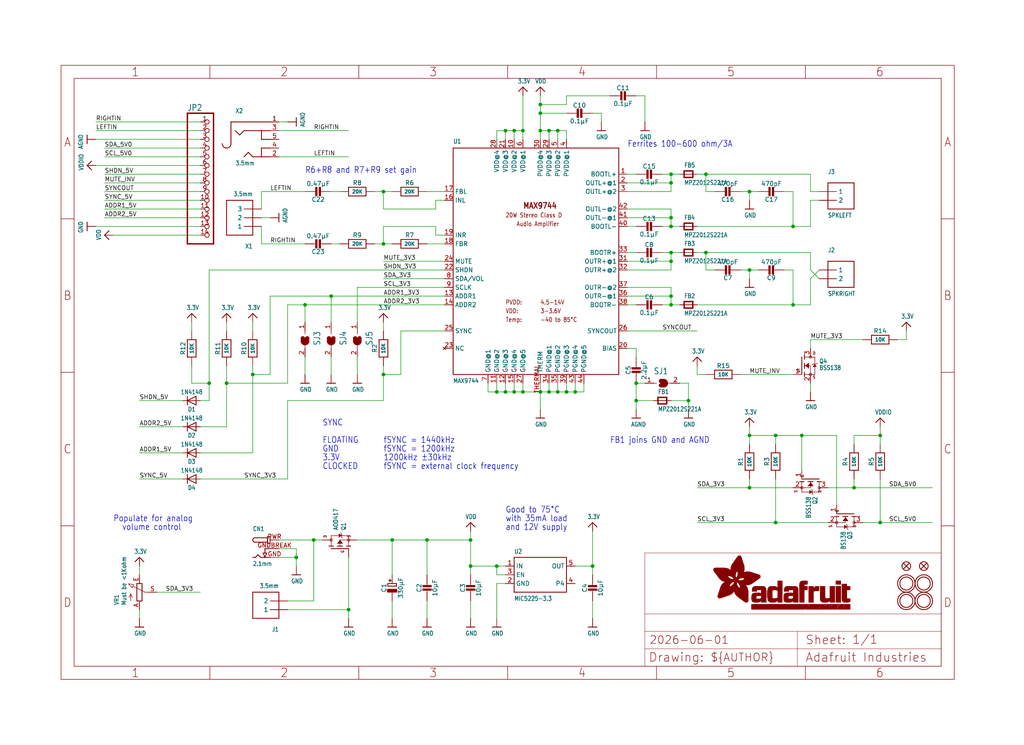
<source format=kicad_sch>
(kicad_sch (version 20230121) (generator eeschema)
  (paper "User" 298.45 217.322)
  (lib_symbols
    (symbol "working-eagle-import:3.3V" (power)
      (property "Value" "3.3V" (at -1.524 1.016 0))
      (symbol "3.3V_1_0"
        (pin power_in line (at 0 -2.54 90) (length 2.54) (name "3.3V") (number "1"))
      )
    )
    (symbol "working-eagle-import:AGND" (power)
      (property "Value" "AGND" (at -1.524 -2.54 0))
      (symbol "AGND_1_0"
        (pin power_in line (at 0 2.54 270) (length 2.54) (name "AGND") (number "1"))
      )
    )
    (symbol "working-eagle-import:AUDIOAMP_MAX9744"
      (property "Reference" "U" (at -25.4 34.29 0))
      (symbol "AUDIOAMP_MAX9744_1_0"
        (text "-40 to 85°C" (at 0 -17.78 0) (effects (font (size 1.27 1.0795)) (justify left bottom)))
        (text "20W Stereo Class D" (at -10.16 12.7 0) (effects (font (size 1.27 1.0795)) (justify left bottom)))
        (text "3-3.6V" (at 0 -15.24 0) (effects (font (size 1.27 1.0795)) (justify left bottom)))
        (text "4.5-14V" (at 0 -12.7 0) (effects (font (size 1.27 1.0795)) (justify left bottom)))
        (text "Audio Amplifier" (at -6.985 10.16 0) (effects (font (size 1.27 1.0795)) (justify left bottom)))
        (text "MAX9744" (at -5.08 15.24 0) (effects (font (size 1.6764 1.4249) (thickness 0.285) bold) (justify left bottom)))
        (text "PVDD:" (at -10.16 -12.7 0) (effects (font (size 1.27 1.0795)) (justify left bottom)))
        (text "Temp:" (at -10.16 -17.78 0) (effects (font (size 1.27 1.0795)) (justify left bottom)))
        (text "VDD:" (at -10.16 -15.24 0) (effects (font (size 1.27 1.0795)) (justify left bottom)))
        (pin bidirectional line (at 25.4 25.4 180) (length 2.54) (name "BOOTL+") (number "1"))
        (pin power_in line (at -7.62 35.56 270) (length 2.54) (name "VDD@2") (number "10"))
        (pin power_in line (at -12.7 -35.56 90) (length 2.54) (name "GND@2") (number "11"))
        (pin power_in line (at -10.16 -35.56 90) (length 2.54) (name "GND@3") (number "12"))
        (pin input line (at -27.94 -10.16 0) (length 2.54) (name "ADDR1") (number "13"))
        (pin input line (at -27.94 -12.7 0) (length 2.54) (name "ADDR2") (number "14"))
        (pin power_in line (at -7.62 -35.56 90) (length 2.54) (name "GND@4") (number "15"))
        (pin input line (at -27.94 17.78 0) (length 2.54) (name "INL") (number "16"))
        (pin bidirectional line (at -27.94 20.32 0) (length 2.54) (name "FBL") (number "17"))
        (pin bidirectional line (at -27.94 5.08 0) (length 2.54) (name "FBR") (number "18"))
        (pin input line (at -27.94 7.62 0) (length 2.54) (name "INR") (number "19"))
        (pin output line (at 25.4 22.86 180) (length 2.54) (name "OUTL+@1") (number "2"))
        (pin bidirectional line (at 25.4 -25.4 180) (length 2.54) (name "BIAS") (number "20"))
        (pin power_in line (at -10.16 35.56 270) (length 2.54) (name "VDD@3") (number "21"))
        (pin input line (at -27.94 -2.54 0) (length 2.54) (name "SHDN") (number "22"))
        (pin no_connect line (at -27.94 -25.4 0) (length 2.54) (name "NC") (number "23"))
        (pin input line (at -27.94 0 0) (length 2.54) (name "MUTE") (number "24"))
        (pin input line (at -27.94 -20.32 0) (length 2.54) (name "SYNC") (number "25"))
        (pin output line (at 25.4 -20.32 180) (length 2.54) (name "SYNCOUT") (number "26"))
        (pin power_in line (at -5.08 -35.56 90) (length 2.54) (name "GND@5") (number "27"))
        (pin power_in line (at -12.7 35.56 270) (length 2.54) (name "VDD@4") (number "28"))
        (pin power_in line (at 2.54 35.56 270) (length 2.54) (name "PVDD@3") (number "29"))
        (pin output line (at 25.4 20.32 180) (length 2.54) (name "OUTL+@2") (number "3"))
        (pin power_in line (at 0 35.56 270) (length 2.54) (name "PVDD@4") (number "30"))
        (pin output line (at 25.4 0 180) (length 2.54) (name "OUTR+@1") (number "31"))
        (pin output line (at 25.4 -2.54 180) (length 2.54) (name "OUTR+@2") (number "32"))
        (pin bidirectional line (at 25.4 2.54 180) (length 2.54) (name "BOOTR+") (number "33"))
        (pin power_in line (at 2.54 -35.56 90) (length 2.54) (name "PGND@1") (number "34"))
        (pin power_in line (at 5.08 -35.56 90) (length 2.54) (name "PGND@2") (number "35"))
        (pin output line (at 25.4 -10.16 180) (length 2.54) (name "OUTR-@1") (number "36"))
        (pin output line (at 25.4 -7.62 180) (length 2.54) (name "OUTR-@2") (number "37"))
        (pin bidirectional line (at 25.4 -12.7 180) (length 2.54) (name "BOOTR-") (number "38"))
        (pin power_in line (at 7.62 -35.56 90) (length 2.54) (name "PGND@3") (number "39"))
        (pin power_in line (at 7.62 35.56 270) (length 2.54) (name "PVDD@1") (number "4"))
        (pin bidirectional line (at 25.4 10.16 180) (length 2.54) (name "BOOTL-") (number "40"))
        (pin output line (at 25.4 12.7 180) (length 2.54) (name "OUTL-@1") (number "41"))
        (pin output line (at 25.4 15.24 180) (length 2.54) (name "OUTL-@2") (number "42"))
        (pin power_in line (at 10.16 -35.56 90) (length 2.54) (name "PGND@4") (number "43"))
        (pin power_in line (at 12.7 -35.56 90) (length 2.54) (name "PGND@5") (number "44"))
        (pin power_in line (at 5.08 35.56 270) (length 2.54) (name "PVDD@2") (number "5"))
        (pin power_in line (at -5.08 35.56 270) (length 2.54) (name "VDD@1") (number "6"))
        (pin power_in line (at -15.24 -35.56 90) (length 2.54) (name "GND@1") (number "7"))
        (pin bidirectional line (at -27.94 -5.08 0) (length 2.54) (name "SDA/VOL") (number "8"))
        (pin bidirectional line (at -27.94 -7.62 0) (length 2.54) (name "SCLK") (number "9"))
        (pin power_in line (at 0 -35.56 90) (length 2.54) (name "THERM") (number "THERMAL"))
      )
    )
    (symbol "working-eagle-import:AUDIO_3.5MMJACK"
      (property "Reference" "X" (at -5.08 7.62 0))
      (symbol "AUDIO_3.5MMJACK_1_0"
        (pin bidirectional line (at 7.62 5.08 180) (length 2.54) (name "P$1") (number "1"))
        (pin bidirectional line (at 7.62 -5.08 180) (length 2.54) (name "P$5") (number "2"))
        (pin bidirectional line (at 7.62 2.54 180) (length 2.54) (name "P$2") (number "3"))
        (pin bidirectional line (at 7.62 -2.54 180) (length 2.54) (name "P$4") (number "4"))
        (pin bidirectional line (at 7.62 0 180) (length 2.54) (name "P$3") (number "5"))
      )
    )
    (symbol "working-eagle-import:CAP_CERAMIC0805-NOOUTLINE"
      (property "Reference" "C" (at -2.29 1.25 90))
      (symbol "CAP_CERAMIC0805-NOOUTLINE_1_0"
        (pin passive line (at 0 5.08 270) (length 2.54) (name "1") (number "1"))
        (pin passive line (at 0 -2.54 90) (length 2.54) (name "2") (number "2"))
      )
    )
    (symbol "working-eagle-import:CAP_ELECTROLYTICPTH_3.5MMGRID_8MMDIA"
      (property "Reference" "C" (at -2.39 1.25 90))
      (symbol "CAP_ELECTROLYTICPTH_3.5MMGRID_8MMDIA_1_0"
        (pin passive line (at 0 5.08 270) (length 2.54) (name "+") (number "+"))
        (pin passive line (at 0 -2.54 90) (length 2.54) (name "-") (number "-"))
      )
    )
    (symbol "working-eagle-import:DCBARRELSMT_CORRECT"
      (property "Reference" "X" (at -5.08 5.08 0))
      (symbol "DCBARRELSMT_CORRECT_1_0"
        (pin power_in line (at 2.54 -2.54 180) (length 2.54) (name "GND") (number "GND"))
        (pin power_in line (at 2.54 0 180) (length 2.54) (name "GNDBREAK") (number "GNDBREAK"))
        (pin power_in line (at 2.54 2.54 180) (length 2.54) (name "PWR") (number "PWR"))
      )
    )
    (symbol "working-eagle-import:DIODESOD-323"
      (property "Reference" "D" (at 0 2.54 0))
      (symbol "DIODESOD-323_1_0"
        (pin passive line (at -2.54 0 0) (length 2.54) (name "A") (number "A"))
        (pin passive line (at 2.54 0 180) (length 2.54) (name "C") (number "C"))
      )
    )
    (symbol "working-eagle-import:FERRITE_0805"
      (property "Reference" "FB" (at -1.27 1.905 0))
      (symbol "FERRITE_0805_1_0"
        (pin passive line (at -2.54 0 0) (length 2.54) (name "P$1") (number "1"))
        (pin passive line (at 2.54 0 180) (length 2.54) (name "P$2") (number "2"))
      )
    )
    (symbol "working-eagle-import:FIDUCIAL{dblquote}{dblquote}")
    (symbol "working-eagle-import:FRAME_A4_ADAFRUIT"
      (symbol "FRAME_A4_ADAFRUIT_1_0"
        (text "${#}/${##}" (at 230.505 10.16 0) (effects (font (size 2.54 2.54)) (justify left bottom)))
        (text "${AUTHOR}" (at 189.23 5.08 0) (effects (font (size 2.286 2.286)) (justify left bottom)))
        (text "${CURRENT_DATE}" (at 171.45 10.16 0) (effects (font (size 2.286 2.286)) (justify left bottom)))
        (text "${PROJECTNAME}" (at 171.45 15.24 0) (effects (font (size 2.54 2.54)) (justify left bottom)))
        (text "1" (at 21.6958 1.905 0) (effects (font (size 2.54 2.286))))
        (text "1" (at 21.6958 177.165 0) (effects (font (size 2.54 2.286))))
        (text "2" (at 65.0875 1.905 0) (effects (font (size 2.54 2.286))))
        (text "2" (at 65.0875 177.165 0) (effects (font (size 2.54 2.286))))
        (text "3" (at 108.4792 1.905 0) (effects (font (size 2.54 2.286))))
        (text "3" (at 108.4792 177.165 0) (effects (font (size 2.54 2.286))))
        (text "4" (at 151.8708 1.905 0) (effects (font (size 2.54 2.286))))
        (text "4" (at 151.8708 177.165 0) (effects (font (size 2.54 2.286))))
        (text "5" (at 195.2625 1.905 0) (effects (font (size 2.54 2.286))))
        (text "5" (at 195.2625 177.165 0) (effects (font (size 2.54 2.286))))
        (text "6" (at 238.6542 1.905 0) (effects (font (size 2.54 2.286))))
        (text "6" (at 238.6542 177.165 0) (effects (font (size 2.54 2.286))))
        (text "A" (at 1.905 156.6863 0) (effects (font (size 2.54 2.286))))
        (text "A" (at 258.445 156.6863 0) (effects (font (size 2.54 2.286))))
        (text "Adafruit Industries" (at 216.916 4.953 0) (effects (font (size 2.54 2.54)) (justify left bottom)))
        (text "B" (at 1.905 111.9188 0) (effects (font (size 2.54 2.286))))
        (text "B" (at 258.445 111.9188 0) (effects (font (size 2.54 2.286))))
        (text "C" (at 1.905 67.1513 0) (effects (font (size 2.54 2.286))))
        (text "C" (at 258.445 67.1513 0) (effects (font (size 2.54 2.286))))
        (text "D" (at 1.905 22.3838 0) (effects (font (size 2.54 2.286))))
        (text "D" (at 258.445 22.3838 0) (effects (font (size 2.54 2.286))))
        (text "Drawing:" (at 171.196 4.953 0) (effects (font (size 2.54 2.54)) (justify left bottom)))
        (text "Sheet:" (at 216.916 10.033 0) (effects (font (size 2.54 2.54)) (justify left bottom)))
      )
    )
    (symbol "working-eagle-import:GND" (power)
      (property "Value" "GND" (at -1.524 -2.54 0))
      (symbol "GND_1_0"
        (pin power_in line (at 0 2.54 270) (length 2.54) (name "GND") (number "1"))
      )
    )
    (symbol "working-eagle-import:HEADER-1X14"
      (property "Reference" "JP" (at -6.35 20.955 0))
      (symbol "HEADER-1X14_1_0"
        (pin passive inverted (at -2.54 17.78 0) (length 2.54) (name "1") (number "1"))
        (pin passive inverted (at -2.54 -5.08 0) (length 2.54) (name "10") (number "10"))
        (pin passive inverted (at -2.54 -7.62 0) (length 2.54) (name "11") (number "11"))
        (pin passive inverted (at -2.54 -10.16 0) (length 2.54) (name "12") (number "12"))
        (pin passive inverted (at -2.54 -12.7 0) (length 2.54) (name "13") (number "13"))
        (pin passive inverted (at -2.54 -15.24 0) (length 2.54) (name "14") (number "14"))
        (pin passive inverted (at -2.54 15.24 0) (length 2.54) (name "2") (number "2"))
        (pin passive inverted (at -2.54 12.7 0) (length 2.54) (name "3") (number "3"))
        (pin passive inverted (at -2.54 10.16 0) (length 2.54) (name "4") (number "4"))
        (pin passive inverted (at -2.54 7.62 0) (length 2.54) (name "5") (number "5"))
        (pin passive inverted (at -2.54 5.08 0) (length 2.54) (name "6") (number "6"))
        (pin passive inverted (at -2.54 2.54 0) (length 2.54) (name "7") (number "7"))
        (pin passive inverted (at -2.54 0 0) (length 2.54) (name "8") (number "8"))
        (pin passive inverted (at -2.54 -2.54 0) (length 2.54) (name "9") (number "9"))
      )
    )
    (symbol "working-eagle-import:MOSFET-NWIDE"
      (property "Reference" "Q" (at 5.08 0.635 0))
      (symbol "MOSFET-NWIDE_1_0"
        (text "D" (at 3.175 3.175 0) (effects (font (size 0.8128 0.6908)) (justify left bottom)))
        (text "G" (at -1.27 -1.905 0) (effects (font (size 0.8128 0.6908)) (justify left bottom)))
        (text "S" (at 3.175 -3.81 0) (effects (font (size 0.8128 0.6908)) (justify left bottom)))
        (pin bidirectional line (at -2.54 -2.54 0) (length 2.54) (name "G") (number "1"))
        (pin bidirectional line (at 2.54 -5.08 90) (length 2.54) (name "S") (number "2"))
        (pin bidirectional line (at 2.54 5.08 270) (length 2.54) (name "D") (number "3"))
      )
    )
    (symbol "working-eagle-import:MOSFET-PTO252"
      (property "Reference" "Q" (at 2.794 0.381 0))
      (symbol "MOSFET-PTO252_1_0"
        (text "D" (at 0.635 -3.81 0) (effects (font (size 0.8128 0.6908)) (justify left bottom)))
        (text "G" (at -3.81 1.27 0) (effects (font (size 0.8128 0.6908)) (justify left bottom)))
        (text "S" (at 0.635 3.175 0) (effects (font (size 0.8128 0.6908)) (justify left bottom)))
        (pin passive line (at -5.08 2.54 0) (length 2.54) (name "G") (number "1"))
        (pin passive line (at 0 5.08 270) (length 2.54) (name "S") (number "2"))
        (pin passive line (at 0 -5.08 90) (length 2.54) (name "D") (number "3"))
      )
    )
    (symbol "working-eagle-import:MOUNTINGHOLE2.5_THICK")
    (symbol "working-eagle-import:RESISTOR0805_NOOUTLINE"
      (property "Reference" "R" (at 0 2.54 0))
      (symbol "RESISTOR0805_NOOUTLINE_1_0"
        (pin passive line (at -5.08 0 0) (length 2.54) (name "1") (number "1"))
        (pin passive line (at 5.08 0 180) (length 2.54) (name "2") (number "2"))
      )
    )
    (symbol "working-eagle-import:RESISTOR_0805MP"
      (property "Reference" "R" (at 0 2.54 0))
      (symbol "RESISTOR_0805MP_1_0"
        (pin passive line (at -5.08 0 0) (length 2.54) (name "1") (number "1"))
        (pin passive line (at 5.08 0 180) (length 2.54) (name "2") (number "2"))
      )
    )
    (symbol "working-eagle-import:SOLDERJUMPER"
      (property "Reference" "SJ" (at -2.54 2.54 0))
      (symbol "SOLDERJUMPER_1_0"
        (pin passive line (at -5.08 0 0) (length 2.54) (name "1") (number "1"))
        (pin passive line (at 5.08 0 180) (length 2.54) (name "2") (number "2"))
      )
    )
    (symbol "working-eagle-import:TERMBLOCK_1X2"
      (property "Reference" "X" (at -2.54 7.62 0))
      (symbol "TERMBLOCK_1X2_1_0"
        (pin passive line (at -5.08 2.54 0) (length 5.08) (name "1") (number "1"))
        (pin passive line (at -5.08 0 0) (length 5.08) (name "2") (number "2"))
      )
    )
    (symbol "working-eagle-import:TERMBLOCK_1X3"
      (property "Reference" "X" (at -2.54 7.62 0))
      (symbol "TERMBLOCK_1X3_1_0"
        (pin passive line (at -5.08 2.54 0) (length 5.08) (name "1") (number "1"))
        (pin passive line (at -5.08 0 0) (length 5.08) (name "2") (number "2"))
        (pin passive line (at -5.08 -2.54 0) (length 5.08) (name "3") (number "3"))
      )
    )
    (symbol "working-eagle-import:TRIMPOT100MIL"
      (property "Reference" "VR" (at -5.969 -3.81 90))
      (symbol "TRIMPOT100MIL_1_0"
        (pin passive line (at 0 -5.08 90) (length 2.54) (name "A") (number "A"))
        (pin passive line (at 0 5.08 270) (length 2.54) (name "E") (number "E"))
        (pin passive line (at 5.08 0 180) (length 2.54) (name "S") (number "S"))
      )
    )
    (symbol "working-eagle-import:VDD" (power)
      (property "Value" "VDD" (at -1.524 1.016 0))
      (symbol "VDD_1_0"
        (pin power_in line (at 0 -2.54 90) (length 2.54) (name "VDD") (number "1"))
      )
    )
    (symbol "working-eagle-import:VDDIO" (power)
      (property "Value" "VDDIO" (at -1.524 1.016 0))
      (symbol "VDDIO_1_0"
        (pin power_in line (at 0 -2.54 90) (length 2.54) (name "VDDIO") (number "1"))
      )
    )
    (symbol "working-eagle-import:VREG_SOT23-5"
      (property "Reference" "U" (at -7.62 6.096 0))
      (symbol "VREG_SOT23-5_1_0"
        (pin power_in line (at -10.16 2.54 0) (length 2.54) (name "IN") (number "1"))
        (pin power_in line (at -10.16 -2.54 0) (length 2.54) (name "GND") (number "2"))
        (pin input line (at -10.16 0 0) (length 2.54) (name "EN") (number "3"))
        (pin bidirectional line (at 10.16 -2.54 180) (length 2.54) (name "P4") (number "4"))
        (pin power_in line (at 10.16 2.54 180) (length 2.54) (name "OUT") (number "5"))
      )
    )
  )
  (junction (at 88.9 88.9))
  (junction (at 195.58 66.04))
  (junction (at 144.78 165.1))
  (junction (at 86.36 162.56))
  (junction (at 233.68 127))
  (junction (at 160.02 38.1))
  (junction (at 231.14 88.9))
  (junction (at 185.42 111.76))
  (junction (at 91.44 157.48))
  (junction (at 157.48 114.3))
  (junction (at 256.54 127))
  (junction (at 124.46 157.48))
  (junction (at 152.4 114.3))
  (junction (at 60.96 111.76))
  (junction (at 147.32 38.1))
  (junction (at 162.56 114.3))
  (junction (at 200.66 116.84))
  (junction (at 152.4 38.1))
  (junction (at 172.72 165.1))
  (junction (at 157.48 33.02))
  (junction (at 167.64 114.3))
  (junction (at 205.74 73.66))
  (junction (at 256.54 152.4))
  (junction (at 195.58 73.66))
  (junction (at 144.78 114.3))
  (junction (at 185.42 116.84))
  (junction (at 226.06 152.4))
  (junction (at 111.76 55.88))
  (junction (at 66.04 111.76))
  (junction (at 157.48 30.48))
  (junction (at 114.3 157.48))
  (junction (at 96.52 86.36))
  (junction (at 147.32 114.3))
  (junction (at 111.76 71.12))
  (junction (at 149.86 114.3))
  (junction (at 218.44 78.74))
  (junction (at 231.14 66.04))
  (junction (at 195.58 86.36))
  (junction (at 162.56 38.1))
  (junction (at 160.02 114.3))
  (junction (at 137.16 157.48))
  (junction (at 195.58 53.34))
  (junction (at 205.74 50.8))
  (junction (at 195.58 63.5))
  (junction (at 137.16 165.1))
  (junction (at 248.92 142.24))
  (junction (at 111.76 109.22))
  (junction (at 149.86 38.1))
  (junction (at 157.48 38.1))
  (junction (at 195.58 76.2))
  (junction (at 73.66 109.22))
  (junction (at 101.6 177.8))
  (junction (at 195.58 50.8))
  (junction (at 218.44 55.88))
  (junction (at 165.1 114.3))
  (junction (at 195.58 88.9))
  (junction (at 218.44 142.24))
  (junction (at 226.06 127))
  (junction (at 218.44 127))
  (wire (pts (xy 182.88 55.88) (xy 195.58 55.88)) (stroke (width 0.1524)))
  (wire (pts (xy 157.48 30.48) (xy 157.48 27.94)) (stroke (width 0.1524)))
  (wire (pts (xy 195.58 50.8) (xy 198.12 50.8)) (stroke (width 0.1524)))
  (wire (pts (xy 88.9 88.9) (xy 83.82 88.9)) (stroke (width 0.1524)))
  (wire (pts (xy 165.1 38.1) (xy 162.56 38.1)) (stroke (width 0.1524)))
  (wire (pts (xy 205.74 50.8) (xy 205.74 55.88)) (stroke (width 0.1524)))
  (wire (pts (xy 58.42 40.64) (xy 27.94 40.64)) (stroke (width 0.1524)))
  (wire (pts (xy 243.84 147.32) (xy 243.84 127)) (stroke (width 0.1524)))
  (wire (pts (xy 182.88 60.96) (xy 195.58 60.96)) (stroke (width 0.1524)))
  (wire (pts (xy 66.04 124.46) (xy 58.42 124.46)) (stroke (width 0.1524)))
  (wire (pts (xy 157.48 114.3) (xy 157.48 119.38)) (stroke (width 0.1524)))
  (wire (pts (xy 78.74 109.22) (xy 73.66 109.22)) (stroke (width 0.1524)))
  (wire (pts (xy 195.58 63.5) (xy 195.58 66.04)) (stroke (width 0.1524)))
  (wire (pts (xy 86.36 160.02) (xy 86.36 162.56)) (stroke (width 0.1524)))
  (wire (pts (xy 147.32 170.18) (xy 144.78 170.18)) (stroke (width 0.1524)))
  (wire (pts (xy 261.62 99.06) (xy 264.16 99.06)) (stroke (width 0.1524)))
  (wire (pts (xy 27.94 48.26) (xy 58.42 48.26)) (stroke (width 0.1524)))
  (wire (pts (xy 162.56 114.3) (xy 160.02 114.3)) (stroke (width 0.1524)))
  (wire (pts (xy 170.18 114.3) (xy 167.64 114.3)) (stroke (width 0.1524)))
  (wire (pts (xy 124.46 175.26) (xy 124.46 180.34)) (stroke (width 0.1524)))
  (wire (pts (xy 144.78 165.1) (xy 147.32 165.1)) (stroke (width 0.1524)))
  (wire (pts (xy 45.72 172.72) (xy 58.42 172.72)) (stroke (width 0.1524)))
  (wire (pts (xy 236.22 88.9) (xy 236.22 81.28)) (stroke (width 0.1524)))
  (wire (pts (xy 205.74 73.66) (xy 205.74 78.74)) (stroke (width 0.1524)))
  (wire (pts (xy 160.02 111.76) (xy 160.02 114.3)) (stroke (width 0.1524)))
  (wire (pts (xy 203.2 50.8) (xy 205.74 50.8)) (stroke (width 0.1524)))
  (wire (pts (xy 96.52 86.36) (xy 78.74 86.36)) (stroke (width 0.1524)))
  (wire (pts (xy 256.54 152.4) (xy 256.54 139.7)) (stroke (width 0.1524)))
  (wire (pts (xy 226.06 129.54) (xy 226.06 127)) (stroke (width 0.1524)))
  (wire (pts (xy 127 68.58) (xy 127 66.04)) (stroke (width 0.1524)))
  (wire (pts (xy 137.16 154.94) (xy 137.16 157.48)) (stroke (width 0.1524)))
  (wire (pts (xy 58.42 60.96) (xy 30.48 60.96)) (stroke (width 0.1524)))
  (wire (pts (xy 58.42 45.72) (xy 30.48 45.72)) (stroke (width 0.1524)))
  (wire (pts (xy 157.48 30.48) (xy 165.1 30.48)) (stroke (width 0.1524)))
  (wire (pts (xy 40.64 177.8) (xy 40.64 180.34)) (stroke (width 0.1524)))
  (wire (pts (xy 243.84 127) (xy 233.68 127)) (stroke (width 0.1524)))
  (wire (pts (xy 129.54 55.88) (xy 124.46 55.88)) (stroke (width 0.1524)))
  (wire (pts (xy 129.54 68.58) (xy 127 68.58)) (stroke (width 0.1524)))
  (wire (pts (xy 185.42 111.76) (xy 185.42 116.84)) (stroke (width 0.1524)))
  (wire (pts (xy 152.4 40.64) (xy 152.4 38.1)) (stroke (width 0.1524)))
  (wire (pts (xy 152.4 38.1) (xy 152.4 27.94)) (stroke (width 0.1524)))
  (wire (pts (xy 203.2 73.66) (xy 205.74 73.66)) (stroke (width 0.1524)))
  (wire (pts (xy 172.72 165.1) (xy 172.72 167.64)) (stroke (width 0.1524)))
  (wire (pts (xy 88.9 55.88) (xy 76.2 55.88)) (stroke (width 0.1524)))
  (wire (pts (xy 200.66 111.76) (xy 200.66 116.84)) (stroke (width 0.1524)))
  (wire (pts (xy 195.58 86.36) (xy 195.58 88.9)) (stroke (width 0.1524)))
  (wire (pts (xy 147.32 111.76) (xy 147.32 114.3)) (stroke (width 0.1524)))
  (wire (pts (xy 157.48 33.02) (xy 165.1 33.02)) (stroke (width 0.1524)))
  (wire (pts (xy 165.1 111.76) (xy 165.1 114.3)) (stroke (width 0.1524)))
  (wire (pts (xy 218.44 127) (xy 218.44 124.46)) (stroke (width 0.1524)))
  (wire (pts (xy 129.54 58.42) (xy 127 58.42)) (stroke (width 0.1524)))
  (wire (pts (xy 195.58 116.84) (xy 200.66 116.84)) (stroke (width 0.1524)))
  (wire (pts (xy 205.74 55.88) (xy 208.28 55.88)) (stroke (width 0.1524)))
  (wire (pts (xy 218.44 78.74) (xy 218.44 81.28)) (stroke (width 0.1524)))
  (wire (pts (xy 236.22 99.06) (xy 251.46 99.06)) (stroke (width 0.1524)))
  (wire (pts (xy 60.96 111.76) (xy 60.96 78.74)) (stroke (width 0.1524)))
  (wire (pts (xy 195.58 88.9) (xy 198.12 88.9)) (stroke (width 0.1524)))
  (wire (pts (xy 218.44 142.24) (xy 203.2 142.24)) (stroke (width 0.1524)))
  (wire (pts (xy 81.28 45.72) (xy 101.6 45.72)) (stroke (width 0.1524)))
  (wire (pts (xy 129.54 88.9) (xy 88.9 88.9)) (stroke (width 0.1524)))
  (wire (pts (xy 215.9 55.88) (xy 218.44 55.88)) (stroke (width 0.1524)))
  (wire (pts (xy 83.82 139.7) (xy 58.42 139.7)) (stroke (width 0.1524)))
  (wire (pts (xy 182.88 88.9) (xy 185.42 88.9)) (stroke (width 0.1524)))
  (wire (pts (xy 111.76 109.22) (xy 111.76 106.68)) (stroke (width 0.1524)))
  (wire (pts (xy 157.48 40.64) (xy 157.48 38.1)) (stroke (width 0.1524)))
  (wire (pts (xy 114.3 55.88) (xy 111.76 55.88)) (stroke (width 0.1524)))
  (wire (pts (xy 248.92 129.54) (xy 248.92 127)) (stroke (width 0.1524)))
  (wire (pts (xy 160.02 38.1) (xy 157.48 38.1)) (stroke (width 0.1524)))
  (wire (pts (xy 162.56 111.76) (xy 162.56 114.3)) (stroke (width 0.1524)))
  (wire (pts (xy 149.86 111.76) (xy 149.86 114.3)) (stroke (width 0.1524)))
  (wire (pts (xy 203.2 88.9) (xy 231.14 88.9)) (stroke (width 0.1524)))
  (wire (pts (xy 60.96 111.76) (xy 60.96 116.84)) (stroke (width 0.1524)))
  (wire (pts (xy 81.28 35.56) (xy 83.82 35.56)) (stroke (width 0.1524)))
  (wire (pts (xy 195.58 66.04) (xy 193.04 66.04)) (stroke (width 0.1524)))
  (wire (pts (xy 236.22 66.04) (xy 236.22 58.42)) (stroke (width 0.1524)))
  (wire (pts (xy 182.88 96.52) (xy 203.2 96.52)) (stroke (width 0.1524)))
  (wire (pts (xy 203.2 109.22) (xy 203.2 106.68)) (stroke (width 0.1524)))
  (wire (pts (xy 76.2 55.88) (xy 76.2 60.96)) (stroke (width 0.1524)))
  (wire (pts (xy 147.32 40.64) (xy 147.32 38.1)) (stroke (width 0.1524)))
  (wire (pts (xy 182.88 83.82) (xy 195.58 83.82)) (stroke (width 0.1524)))
  (wire (pts (xy 187.96 111.76) (xy 185.42 111.76)) (stroke (width 0.1524)))
  (wire (pts (xy 185.42 101.6) (xy 185.42 104.14)) (stroke (width 0.1524)))
  (wire (pts (xy 256.54 127) (xy 256.54 124.46)) (stroke (width 0.1524)))
  (wire (pts (xy 53.34 124.46) (xy 40.64 124.46)) (stroke (width 0.1524)))
  (wire (pts (xy 66.04 111.76) (xy 66.04 106.68)) (stroke (width 0.1524)))
  (wire (pts (xy 231.14 78.74) (xy 228.6 78.74)) (stroke (width 0.1524)))
  (wire (pts (xy 99.06 71.12) (xy 96.52 71.12)) (stroke (width 0.1524)))
  (wire (pts (xy 53.34 139.7) (xy 40.64 139.7)) (stroke (width 0.1524)))
  (wire (pts (xy 220.98 55.88) (xy 218.44 55.88)) (stroke (width 0.1524)))
  (wire (pts (xy 236.22 50.8) (xy 236.22 55.88)) (stroke (width 0.1524)))
  (wire (pts (xy 195.58 88.9) (xy 193.04 88.9)) (stroke (width 0.1524)))
  (wire (pts (xy 149.86 114.3) (xy 152.4 114.3)) (stroke (width 0.1524)))
  (wire (pts (xy 88.9 71.12) (xy 76.2 71.12)) (stroke (width 0.1524)))
  (wire (pts (xy 195.58 55.88) (xy 195.58 53.34)) (stroke (width 0.1524)))
  (wire (pts (xy 83.82 175.26) (xy 91.44 175.26)) (stroke (width 0.1524)))
  (wire (pts (xy 241.3 152.4) (xy 226.06 152.4)) (stroke (width 0.1524)))
  (wire (pts (xy 53.34 132.08) (xy 40.64 132.08)) (stroke (width 0.1524)))
  (wire (pts (xy 231.14 88.9) (xy 236.22 88.9)) (stroke (width 0.1524)))
  (wire (pts (xy 205.74 78.74) (xy 208.28 78.74)) (stroke (width 0.1524)))
  (wire (pts (xy 182.88 73.66) (xy 185.42 73.66)) (stroke (width 0.1524)))
  (wire (pts (xy 195.58 73.66) (xy 198.12 73.66)) (stroke (width 0.1524)))
  (wire (pts (xy 129.54 86.36) (xy 96.52 86.36)) (stroke (width 0.1524)))
  (wire (pts (xy 111.76 66.04) (xy 111.76 71.12)) (stroke (width 0.1524)))
  (wire (pts (xy 60.96 78.74) (xy 129.54 78.74)) (stroke (width 0.1524)))
  (wire (pts (xy 58.42 63.5) (xy 30.48 63.5)) (stroke (width 0.1524)))
  (wire (pts (xy 147.32 114.3) (xy 149.86 114.3)) (stroke (width 0.1524)))
  (wire (pts (xy 175.26 33.02) (xy 175.26 35.56)) (stroke (width 0.1524)))
  (wire (pts (xy 172.72 175.26) (xy 172.72 180.34)) (stroke (width 0.1524)))
  (wire (pts (xy 144.78 114.3) (xy 147.32 114.3)) (stroke (width 0.1524)))
  (wire (pts (xy 205.74 109.22) (xy 203.2 109.22)) (stroke (width 0.1524)))
  (wire (pts (xy 195.58 60.96) (xy 195.58 63.5)) (stroke (width 0.1524)))
  (wire (pts (xy 185.42 50.8) (xy 182.88 50.8)) (stroke (width 0.1524)))
  (wire (pts (xy 58.42 58.42) (xy 30.48 58.42)) (stroke (width 0.1524)))
  (wire (pts (xy 182.88 101.6) (xy 185.42 101.6)) (stroke (width 0.1524)))
  (wire (pts (xy 83.82 88.9) (xy 83.82 111.76)) (stroke (width 0.1524)))
  (wire (pts (xy 218.44 129.54) (xy 218.44 127)) (stroke (width 0.1524)))
  (wire (pts (xy 236.22 73.66) (xy 236.22 78.74)) (stroke (width 0.1524)))
  (wire (pts (xy 165.1 30.48) (xy 165.1 27.94)) (stroke (width 0.1524)))
  (wire (pts (xy 81.28 157.48) (xy 91.44 157.48)) (stroke (width 0.1524)))
  (wire (pts (xy 81.28 38.1) (xy 101.6 38.1)) (stroke (width 0.1524)))
  (wire (pts (xy 129.54 83.82) (xy 104.14 83.82)) (stroke (width 0.1524)))
  (wire (pts (xy 144.78 38.1) (xy 147.32 38.1)) (stroke (width 0.1524)))
  (wire (pts (xy 33.02 68.58) (xy 58.42 68.58)) (stroke (width 0.1524)))
  (wire (pts (xy 149.86 38.1) (xy 152.4 38.1)) (stroke (width 0.1524)))
  (wire (pts (xy 182.88 86.36) (xy 195.58 86.36)) (stroke (width 0.1524)))
  (wire (pts (xy 27.94 66.04) (xy 58.42 66.04)) (stroke (width 0.1524)))
  (wire (pts (xy 226.06 152.4) (xy 203.2 152.4)) (stroke (width 0.1524)))
  (wire (pts (xy 205.74 50.8) (xy 236.22 50.8)) (stroke (width 0.1524)))
  (wire (pts (xy 233.68 137.16) (xy 233.68 127)) (stroke (width 0.1524)))
  (wire (pts (xy 142.24 114.3) (xy 144.78 114.3)) (stroke (width 0.1524)))
  (wire (pts (xy 96.52 86.36) (xy 96.52 93.98)) (stroke (width 0.1524)))
  (wire (pts (xy 144.78 170.18) (xy 144.78 180.34)) (stroke (width 0.1524)))
  (wire (pts (xy 73.66 96.52) (xy 73.66 93.98)) (stroke (width 0.1524)))
  (wire (pts (xy 142.24 111.76) (xy 142.24 114.3)) (stroke (width 0.1524)))
  (wire (pts (xy 203.2 66.04) (xy 231.14 66.04)) (stroke (width 0.1524)))
  (wire (pts (xy 124.46 157.48) (xy 137.16 157.48)) (stroke (width 0.1524)))
  (wire (pts (xy 182.88 63.5) (xy 195.58 63.5)) (stroke (width 0.1524)))
  (wire (pts (xy 236.22 111.76) (xy 236.22 114.3)) (stroke (width 0.1524)))
  (wire (pts (xy 83.82 177.8) (xy 101.6 177.8)) (stroke (width 0.1524)))
  (wire (pts (xy 218.44 55.88) (xy 218.44 58.42)) (stroke (width 0.1524)))
  (wire (pts (xy 236.22 55.88) (xy 238.76 55.88)) (stroke (width 0.1524)))
  (wire (pts (xy 104.14 157.48) (xy 114.3 157.48)) (stroke (width 0.1524)))
  (wire (pts (xy 251.46 152.4) (xy 256.54 152.4)) (stroke (width 0.1524)))
  (wire (pts (xy 241.3 142.24) (xy 248.92 142.24)) (stroke (width 0.1524)))
  (wire (pts (xy 195.58 78.74) (xy 195.58 76.2)) (stroke (width 0.1524)))
  (wire (pts (xy 91.44 157.48) (xy 93.98 157.48)) (stroke (width 0.1524)))
  (wire (pts (xy 185.42 116.84) (xy 185.42 119.38)) (stroke (width 0.1524)))
  (wire (pts (xy 111.76 109.22) (xy 116.84 109.22)) (stroke (width 0.1524)))
  (wire (pts (xy 236.22 78.74) (xy 238.76 81.28)) (stroke (width 0.1524)))
  (wire (pts (xy 167.64 111.76) (xy 167.64 114.3)) (stroke (width 0.1524)))
  (wire (pts (xy 58.42 43.18) (xy 30.48 43.18)) (stroke (width 0.1524)))
  (wire (pts (xy 53.34 116.84) (xy 40.64 116.84)) (stroke (width 0.1524)))
  (wire (pts (xy 127 66.04) (xy 111.76 66.04)) (stroke (width 0.1524)))
  (wire (pts (xy 144.78 167.64) (xy 144.78 165.1)) (stroke (width 0.1524)))
  (wire (pts (xy 231.14 88.9) (xy 231.14 78.74)) (stroke (width 0.1524)))
  (wire (pts (xy 198.12 111.76) (xy 200.66 111.76)) (stroke (width 0.1524)))
  (wire (pts (xy 101.6 177.8) (xy 101.6 180.34)) (stroke (width 0.1524)))
  (wire (pts (xy 137.16 175.26) (xy 137.16 180.34)) (stroke (width 0.1524)))
  (wire (pts (xy 58.42 55.88) (xy 30.48 55.88)) (stroke (width 0.1524)))
  (wire (pts (xy 205.74 73.66) (xy 236.22 73.66)) (stroke (width 0.1524)))
  (wire (pts (xy 81.28 162.56) (xy 86.36 162.56)) (stroke (width 0.1524)))
  (wire (pts (xy 218.44 139.7) (xy 218.44 142.24)) (stroke (width 0.1524)))
  (wire (pts (xy 114.3 157.48) (xy 124.46 157.48)) (stroke (width 0.1524)))
  (wire (pts (xy 162.56 38.1) (xy 160.02 38.1)) (stroke (width 0.1524)))
  (wire (pts (xy 149.86 40.64) (xy 149.86 38.1)) (stroke (width 0.1524)))
  (wire (pts (xy 182.88 76.2) (xy 195.58 76.2)) (stroke (width 0.1524)))
  (wire (pts (xy 66.04 111.76) (xy 66.04 124.46)) (stroke (width 0.1524)))
  (wire (pts (xy 185.42 66.04) (xy 182.88 66.04)) (stroke (width 0.1524)))
  (wire (pts (xy 129.54 76.2) (xy 111.76 76.2)) (stroke (width 0.1524)))
  (wire (pts (xy 195.58 83.82) (xy 195.58 86.36)) (stroke (width 0.1524)))
  (wire (pts (xy 137.16 165.1) (xy 137.16 167.64)) (stroke (width 0.1524)))
  (wire (pts (xy 58.42 35.56) (xy 27.94 35.56)) (stroke (width 0.1524)))
  (wire (pts (xy 58.42 53.34) (xy 30.48 53.34)) (stroke (width 0.1524)))
  (wire (pts (xy 83.82 111.76) (xy 66.04 111.76)) (stroke (width 0.1524)))
  (wire (pts (xy 160.02 40.64) (xy 160.02 38.1)) (stroke (width 0.1524)))
  (wire (pts (xy 160.02 114.3) (xy 157.48 114.3)) (stroke (width 0.1524)))
  (wire (pts (xy 129.54 81.28) (xy 111.76 81.28)) (stroke (width 0.1524)))
  (wire (pts (xy 233.68 127) (xy 226.06 127)) (stroke (width 0.1524)))
  (wire (pts (xy 195.58 73.66) (xy 193.04 73.66)) (stroke (width 0.1524)))
  (wire (pts (xy 40.64 165.1) (xy 40.64 167.64)) (stroke (width 0.1524)))
  (wire (pts (xy 111.76 71.12) (xy 114.3 71.12)) (stroke (width 0.1524)))
  (wire (pts (xy 81.28 160.02) (xy 86.36 160.02)) (stroke (width 0.1524)))
  (wire (pts (xy 147.32 38.1) (xy 149.86 38.1)) (stroke (width 0.1524)))
  (wire (pts (xy 187.96 27.94) (xy 187.96 35.56)) (stroke (width 0.1524)))
  (wire (pts (xy 86.36 162.56) (xy 86.36 165.1)) (stroke (width 0.1524)))
  (wire (pts (xy 91.44 157.48) (xy 91.44 175.26)) (stroke (width 0.1524)))
  (wire (pts (xy 185.42 116.84) (xy 190.5 116.84)) (stroke (width 0.1524)))
  (wire (pts (xy 236.22 81.28) (xy 238.76 78.74)) (stroke (width 0.1524)))
  (wire (pts (xy 165.1 114.3) (xy 162.56 114.3)) (stroke (width 0.1524)))
  (wire (pts (xy 226.06 127) (xy 218.44 127)) (stroke (width 0.1524)))
  (wire (pts (xy 127 60.96) (xy 111.76 60.96)) (stroke (width 0.1524)))
  (wire (pts (xy 114.3 157.48) (xy 114.3 167.64)) (stroke (width 0.1524)))
  (wire (pts (xy 55.88 111.76) (xy 60.96 111.76)) (stroke (width 0.1524)))
  (wire (pts (xy 111.76 55.88) (xy 109.22 55.88)) (stroke (width 0.1524)))
  (wire (pts (xy 66.04 96.52) (xy 66.04 93.98)) (stroke (width 0.1524)))
  (wire (pts (xy 170.18 111.76) (xy 170.18 114.3)) (stroke (width 0.1524)))
  (wire (pts (xy 256.54 152.4) (xy 271.78 152.4)) (stroke (width 0.1524)))
  (wire (pts (xy 165.1 27.94) (xy 177.8 27.94)) (stroke (width 0.1524)))
  (wire (pts (xy 55.88 106.68) (xy 55.88 111.76)) (stroke (width 0.1524)))
  (wire (pts (xy 104.14 104.14) (xy 104.14 109.22)) (stroke (width 0.1524)))
  (wire (pts (xy 73.66 132.08) (xy 58.42 132.08)) (stroke (width 0.1524)))
  (wire (pts (xy 162.56 40.64) (xy 162.56 38.1)) (stroke (width 0.1524)))
  (wire (pts (xy 195.58 66.04) (xy 198.12 66.04)) (stroke (width 0.1524)))
  (wire (pts (xy 157.48 38.1) (xy 157.48 33.02)) (stroke (width 0.1524)))
  (wire (pts (xy 231.14 142.24) (xy 218.44 142.24)) (stroke (width 0.1524)))
  (wire (pts (xy 73.66 109.22) (xy 73.66 132.08)) (stroke (width 0.1524)))
  (wire (pts (xy 127 58.42) (xy 127 60.96)) (stroke (width 0.1524)))
  (wire (pts (xy 256.54 129.54) (xy 256.54 127)) (stroke (width 0.1524)))
  (wire (pts (xy 111.76 60.96) (xy 111.76 55.88)) (stroke (width 0.1524)))
  (wire (pts (xy 78.74 86.36) (xy 78.74 109.22)) (stroke (width 0.1524)))
  (wire (pts (xy 248.92 142.24) (xy 271.78 142.24)) (stroke (width 0.1524)))
  (wire (pts (xy 182.88 53.34) (xy 195.58 53.34)) (stroke (width 0.1524)))
  (wire (pts (xy 226.06 139.7) (xy 226.06 152.4)) (stroke (width 0.1524)))
  (wire (pts (xy 111.76 109.22) (xy 111.76 116.84)) (stroke (width 0.1524)))
  (wire (pts (xy 152.4 111.76) (xy 152.4 114.3)) (stroke (width 0.1524)))
  (wire (pts (xy 195.58 50.8) (xy 193.04 50.8)) (stroke (width 0.1524)))
  (wire (pts (xy 144.78 111.76) (xy 144.78 114.3)) (stroke (width 0.1524)))
  (wire (pts (xy 88.9 104.14) (xy 88.9 109.22)) (stroke (width 0.1524)))
  (wire (pts (xy 152.4 114.3) (xy 157.48 114.3)) (stroke (width 0.1524)))
  (wire (pts (xy 104.14 83.82) (xy 104.14 93.98)) (stroke (width 0.1524)))
  (wire (pts (xy 236.22 58.42) (xy 238.76 58.42)) (stroke (width 0.1524)))
  (wire (pts (xy 129.54 71.12) (xy 124.46 71.12)) (stroke (width 0.1524)))
  (wire (pts (xy 137.16 165.1) (xy 144.78 165.1)) (stroke (width 0.1524)))
  (wire (pts (xy 96.52 104.14) (xy 96.52 109.22)) (stroke (width 0.1524)))
  (wire (pts (xy 248.92 127) (xy 256.54 127)) (stroke (width 0.1524)))
  (wire (pts (xy 111.76 116.84) (xy 83.82 116.84)) (stroke (width 0.1524)))
  (wire (pts (xy 76.2 66.04) (xy 76.2 71.12)) (stroke (width 0.1524)))
  (wire (pts (xy 60.96 116.84) (xy 58.42 116.84)) (stroke (width 0.1524)))
  (wire (pts (xy 58.42 50.8) (xy 30.48 50.8)) (stroke (width 0.1524)))
  (wire (pts (xy 167.64 114.3) (xy 165.1 114.3)) (stroke (width 0.1524)))
  (wire (pts (xy 144.78 40.64) (xy 144.78 38.1)) (stroke (width 0.1524)))
  (wire (pts (xy 116.84 109.22) (xy 116.84 96.52)) (stroke (width 0.1524)))
  (wire (pts (xy 200.66 116.84) (xy 200.66 119.38)) (stroke (width 0.1524)))
  (wire (pts (xy 172.72 165.1) (xy 172.72 154.94)) (stroke (width 0.1524)))
  (wire (pts (xy 55.88 93.98) (xy 55.88 96.52)) (stroke (width 0.1524)))
  (wire (pts (xy 101.6 177.8) (xy 101.6 162.56)) (stroke (width 0.1524)))
  (wire (pts (xy 195.58 76.2) (xy 195.58 73.66)) (stroke (width 0.1524)))
  (wire (pts (xy 124.46 157.48) (xy 124.46 167.64)) (stroke (width 0.1524)))
  (wire (pts (xy 165.1 40.64) (xy 165.1 38.1)) (stroke (width 0.1524)))
  (wire (pts (xy 157.48 33.02) (xy 157.48 30.48)) (stroke (width 0.1524)))
  (wire (pts (xy 116.84 96.52) (xy 129.54 96.52)) (stroke (width 0.1524)))
  (wire (pts (xy 147.32 167.64) (xy 144.78 167.64)) (stroke (width 0.1524)))
  (wire (pts (xy 231.14 55.88) (xy 228.6 55.88)) (stroke (width 0.1524)))
  (wire (pts (xy 111.76 96.52) (xy 111.76 93.98)) (stroke (width 0.1524)))
  (wire (pts (xy 236.22 101.6) (xy 236.22 99.06)) (stroke (width 0.1524)))
  (wire (pts (xy 231.14 109.22) (xy 215.9 109.22)) (stroke (width 0.1524)))
  (wire (pts (xy 73.66 109.22) (xy 73.66 106.68)) (stroke (width 0.1524)))
  (wire (pts (xy 114.3 175.26) (xy 114.3 180.34)) (stroke (width 0.1524)))
  (wire (pts (xy 248.92 142.24) (xy 248.92 139.7)) (stroke (width 0.1524)))
  (wire (pts (xy 182.88 78.74) (xy 195.58 78.74)) (stroke (width 0.1524)))
  (wire (pts (xy 58.42 38.1) (xy 27.94 38.1)) (stroke (width 0.1524)))
  (wire (pts (xy 215.9 78.74) (xy 218.44 78.74)) (stroke (width 0.1524)))
  (wire (pts (xy 264.16 99.06) (xy 264.16 96.52)) (stroke (width 0.1524)))
  (wire (pts (xy 218.44 78.74) (xy 220.98 78.74)) (stroke (width 0.1524)))
  (wire (pts (xy 231.14 66.04) (xy 236.22 66.04)) (stroke (width 0.1524)))
  (wire (pts (xy 83.82 116.84) (xy 83.82 139.7)) (stroke (width 0.1524)))
  (wire (pts (xy 172.72 33.02) (xy 175.26 33.02)) (stroke (width 0.1524)))
  (wire (pts (xy 99.06 55.88) (xy 96.52 55.88)) (stroke (width 0.1524)))
  (wire (pts (xy 195.58 53.34) (xy 195.58 50.8)) (stroke (width 0.1524)))
  (wire (pts (xy 78.74 63.5) (xy 76.2 63.5)) (stroke (width 0.1524)))
  (wire (pts (xy 231.14 66.04) (xy 231.14 55.88)) (stroke (width 0.1524)))
  (wire (pts (xy 157.48 111.76) (xy 157.48 114.3)) (stroke (width 0.1524)))
  (wire (pts (xy 137.16 157.48) (xy 137.16 165.1)) (stroke (width 0.1524)))
  (wire (pts (xy 167.64 165.1) (xy 172.72 165.1)) (stroke (width 0.1524)))
  (wire (pts (xy 185.42 27.94) (xy 187.96 27.94)) (stroke (width 0.1524)))
  (wire (pts (xy 88.9 88.9) (xy 88.9 93.98)) (stroke (width 0.1524)))
  (wire (pts (xy 111.76 71.12) (xy 109.22 71.12)) (stroke (width 0.1524)))
  (text "1200kHz ±30kHz" (at 111.76 134.62 0) (effects (font (size 1.778 1.5113)) (justify left bottom)))
  (text "fSYNC = external clock frequency" (at 111.76 137.16 0) (effects (font (size 1.778 1.5113)) (justify left bottom)))
  (text "FB1 joins GND and AGND" (at 177.8 129.54 0) (effects (font (size 1.778 1.5113)) (justify left bottom)))
  (text "fSYNC = 1440kHz" (at 111.76 129.54 0) (effects (font (size 1.778 1.5113)) (justify left bottom)))
  (text "Good to 75°C" (at 147.32 149.86 0) (effects (font (size 1.778 1.5113)) (justify left bottom)))
  (text "3.3V" (at 93.98 134.62 0) (effects (font (size 1.778 1.5113)) (justify left bottom)))
  (text "GND" (at 93.98 132.08 0) (effects (font (size 1.778 1.5113)) (justify left bottom)))
  (text "fSYNC = 1200kHz" (at 111.76 132.08 0) (effects (font (size 1.778 1.5113)) (justify left bottom)))
  (text "R6+R8 and R7+R9 set gain" (at 88.9 50.8 0) (effects (font (size 1.778 1.5113)) (justify left bottom)))
  (text "Populate for analog" (at 33.02 152.4 0) (effects (font (size 1.778 1.5113)) (justify left bottom)))
  (text "and 12V supply" (at 147.32 154.94 0) (effects (font (size 1.778 1.5113)) (justify left bottom)))
  (text "SYNC" (at 93.98 124.46 0) (effects (font (size 1.778 1.5113)) (justify left bottom)))
  (text "with 35mA load" (at 147.32 152.4 0) (effects (font (size 1.778 1.5113)) (justify left bottom)))
  (text "FLOATING" (at 93.98 129.54 0) (effects (font (size 1.778 1.5113)) (justify left bottom)))
  (text "CLOCKED" (at 93.98 137.16 0) (effects (font (size 1.778 1.5113)) (justify left bottom)))
  (text "volume control" (at 35.56 154.94 0) (effects (font (size 1.778 1.5113)) (justify left bottom)))
  (text "Ferrites 100-600 ohm/3A" (at 182.88 43.18 0) (effects (font (size 1.778 1.5113)) (justify left bottom)))
  (label "MUTE_INV" (at 30.48 53.34 0) (effects (font (size 1.2446 1.2446))))
  (label "RIGHTIN" (at 78.74 71.12 0) (effects (font (size 1.2446 1.2446))))
  (label "ADDR2_5V" (at 40.64 124.46 0) (effects (font (size 1.2446 1.2446))))
  (label "LEFTIN" (at 27.94 38.1 0) (effects (font (size 1.2446 1.2446))))
  (label "SDA_5V0" (at 30.48 43.18 0) (effects (font (size 1.2446 1.2446))))
  (label "SCL_3V3" (at 203.2 152.4 0) (effects (font (size 1.2446 1.2446))))
  (label "SHDN_5V" (at 30.48 50.8 0) (effects (font (size 1.2446 1.2446))))
  (label "SHDN_5V" (at 40.64 116.84 0) (effects (font (size 1.2446 1.2446))))
  (label "SDA_3V3" (at 111.76 81.28 0) (effects (font (size 1.2446 1.2446))))
  (label "SYNCOUT" (at 30.48 55.88 0) (effects (font (size 1.2446 1.2446))))
  (label "LEFTIN" (at 78.74 55.88 0) (effects (font (size 1.2446 1.2446))))
  (label "ADDR1_5V" (at 30.48 60.96 0) (effects (font (size 1.2446 1.2446))))
  (label "SYNC_3V3" (at 71.12 139.7 0) (effects (font (size 1.2446 1.2446))))
  (label "RIGHTIN" (at 91.44 38.1 0) (effects (font (size 1.2446 1.2446))))
  (label "LEFTIN" (at 91.44 45.72 0) (effects (font (size 1.2446 1.2446))))
  (label "SDA_3V3" (at 203.2 142.24 0) (effects (font (size 1.2446 1.2446))))
  (label "RIGHTIN" (at 27.94 35.56 0) (effects (font (size 1.2446 1.2446))))
  (label "ADDR2_3V3" (at 111.76 88.9 0) (effects (font (size 1.2446 1.2446))))
  (label "SCL_5V0" (at 259.08 152.4 0) (effects (font (size 1.2446 1.2446))))
  (label "SCL_5V0" (at 30.48 45.72 0) (effects (font (size 1.2446 1.2446))))
  (label "SDA_3V3" (at 48.26 172.72 0) (effects (font (size 1.2446 1.2446))))
  (label "ADDR2_5V" (at 30.48 63.5 0) (effects (font (size 1.2446 1.2446))))
  (label "ADDR1_5V" (at 40.64 132.08 0) (effects (font (size 1.2446 1.2446))))
  (label "SHDN_3V3" (at 111.76 78.74 0) (effects (font (size 1.2446 1.2446))))
  (label "SYNC_5V" (at 40.64 139.7 0) (effects (font (size 1.2446 1.2446))))
  (label "MUTE_3V3" (at 236.22 99.06 0) (effects (font (size 1.2446 1.2446))))
  (label "SDA_5V0" (at 259.08 142.24 0) (effects (font (size 1.2446 1.2446))))
  (label "SCL_3V3" (at 111.76 83.82 0) (effects (font (size 1.2446 1.2446))))
  (label "MUTE_INV" (at 218.44 109.22 0) (effects (font (size 1.2446 1.2446))))
  (label "SYNC_5V" (at 30.48 58.42 0) (effects (font (size 1.2446 1.2446))))
  (label "SYNCOUT" (at 193.04 96.52 0) (effects (font (size 1.2446 1.2446))))
  (label "MUTE_3V3" (at 111.76 76.2 0) (effects (font (size 1.2446 1.2446))))
  (label "ADDR1_3V3" (at 111.76 86.36 0) (effects (font (size 1.2446 1.2446))))
  (symbol (lib_id "working-eagle-import:AUDIO_3.5MMJACK") (at 73.66 40.64 0) (unit 1)
    (property "Reference" "X2" (at 68.58 33.02 0) (effects (font (size 1.27 1.0795)) (justify left bottom)))
    (property "Value" "3.5mm" (at 68.58 48.26 0) (effects (font (size 1.27 1.0795)) (justify left bottom)))
    (property "Footprint" "working:4UCONN_19269" (effects hide))
  )
  (symbol (lib_id "working-eagle-import:GND") (at 218.44 83.82 0) (unit 1)
    (property "Reference" "#U$16" (effects hide))
    (property "Value" "GND" (at 216.916 86.36 0) (effects (font (size 1.27 1.0795)) (justify left bottom)))
  )
  (symbol (lib_id "working-eagle-import:MOUNTINGHOLE2.5_THICK") (at 269.24 175.26 0) (unit 1)
    (property "Reference" "U$40" (effects hide))
    (property "Value" "MOUNTINGHOLE2.5_THICK" (effects hide))
    (property "Footprint" "working:MOUNTINGHOLE_2.5_PLATED_THICK" (effects hide))
  )
  (symbol (lib_id "working-eagle-import:3.3V") (at 66.04 91.44 0) (unit 1)
    (property "Reference" "#U$18" (effects hide))
    (property "Value" "3.3V" (at 64.516 90.424 0) (effects (font (size 1.27 1.0795)) (justify left bottom)))
  )
  (symbol (lib_id "working-eagle-import:TERMBLOCK_1X2") (at 78.74 175.26 180) (unit 1)
    (property "Reference" "J1" (at 81.28 182.88 0) (effects (font (size 1.27 1.0795)) (justify left bottom)))
    (property "Value" "3.5mm" (at 81.28 170.18 0) (effects (font (size 1.27 1.0795)) (justify left bottom)))
    (property "Footprint" "working:TERMBLOCK_1X2-3.5MM" (effects hide))
  )
  (symbol (lib_id "working-eagle-import:VDDIO") (at 256.54 121.92 0) (unit 1)
    (property "Reference" "#U$23" (effects hide))
    (property "Value" "VDDIO" (at 255.016 120.904 0) (effects (font (size 1.27 1.0795)) (justify left bottom)))
  )
  (symbol (lib_id "working-eagle-import:AGND") (at 81.28 63.5 90) (unit 1)
    (property "Reference" "#U$44" (effects hide))
    (property "Value" "AGND" (at 83.82 65.024 0) (effects (font (size 1.27 1.0795)) (justify left bottom)))
  )
  (symbol (lib_id "working-eagle-import:GND") (at 137.16 182.88 0) (unit 1)
    (property "Reference" "#U$12" (effects hide))
    (property "Value" "GND" (at 135.636 185.42 0) (effects (font (size 1.27 1.0795)) (justify left bottom)))
  )
  (symbol (lib_id "working-eagle-import:DCBARRELSMT_CORRECT") (at 78.74 160.02 0) (unit 1)
    (property "Reference" "CN1" (at 73.66 154.94 0) (effects (font (size 1.27 1.0795)) (justify left bottom)))
    (property "Value" "2.1mm" (at 73.66 165.1 0) (effects (font (size 1.27 1.0795)) (justify left bottom)))
    (property "Footprint" "working:DCJACK_2MM_SMT" (effects hide))
  )
  (symbol (lib_id "working-eagle-import:GND") (at 175.26 38.1 0) (unit 1)
    (property "Reference" "#U$56" (effects hide))
    (property "Value" "GND" (at 173.736 40.64 0) (effects (font (size 1.27 1.0795)) (justify left bottom)))
  )
  (symbol (lib_id "working-eagle-import:SOLDERJUMPER") (at 88.9 99.06 270) (unit 1)
    (property "Reference" "SJ3" (at 91.44 96.52 0) (effects (font (size 1.778 1.5113)) (justify left bottom)))
    (property "Value" "SOLDERJUMPER" (effects hide))
    (property "Footprint" "working:SOLDERJUMPER_ARROW_NOPASTE" (effects hide))
  )
  (symbol (lib_id "working-eagle-import:CAP_CERAMIC0805-NOOUTLINE") (at 167.64 33.02 270) (unit 1)
    (property "Reference" "C10" (at 168.89 30.73 90))
    (property "Value" "0.1µF" (at 168.89 35.32 90))
    (property "Footprint" "working:0805-NO" (effects hide))
  )
  (symbol (lib_id "working-eagle-import:VDD") (at 137.16 152.4 0) (unit 1)
    (property "Reference" "#U$7" (effects hide))
    (property "Value" "VDD" (at 135.636 151.384 0) (effects (font (size 1.27 1.0795)) (justify left bottom)))
  )
  (symbol (lib_id "working-eagle-import:CAP_CERAMIC0805-NOOUTLINE") (at 172.72 172.72 0) (unit 1)
    (property "Reference" "C4" (at 170.43 171.47 90))
    (property "Value" "10µF" (at 175.02 171.47 90))
    (property "Footprint" "working:0805-NO" (effects hide))
  )
  (symbol (lib_id "working-eagle-import:MOUNTINGHOLE2.5_THICK") (at 264.16 175.26 0) (unit 1)
    (property "Reference" "U$39" (effects hide))
    (property "Value" "MOUNTINGHOLE2.5_THICK" (effects hide))
    (property "Footprint" "working:MOUNTINGHOLE_2.5_PLATED_THICK" (effects hide))
  )
  (symbol (lib_id "working-eagle-import:GND") (at 88.9 111.76 0) (unit 1)
    (property "Reference" "#U$24" (effects hide))
    (property "Value" "GND" (at 87.376 114.3 0) (effects (font (size 1.27 1.0795)) (justify left bottom)))
  )
  (symbol (lib_id "working-eagle-import:GND") (at 187.96 38.1 0) (unit 1)
    (property "Reference" "#U$54" (effects hide))
    (property "Value" "GND" (at 186.436 40.64 0) (effects (font (size 1.27 1.0795)) (justify left bottom)))
  )
  (symbol (lib_id "working-eagle-import:SOLDERJUMPER") (at 104.14 99.06 270) (unit 1)
    (property "Reference" "SJ5" (at 106.68 96.52 0) (effects (font (size 1.778 1.5113)) (justify left bottom)))
    (property "Value" "SOLDERJUMPER" (effects hide))
    (property "Footprint" "working:SOLDERJUMPER_ARROW_NOPASTE" (effects hide))
  )
  (symbol (lib_id "working-eagle-import:GND") (at 101.6 182.88 0) (unit 1)
    (property "Reference" "#U$5" (effects hide))
    (property "Value" "GND" (at 100.076 185.42 0) (effects (font (size 1.27 1.0795)) (justify left bottom)))
  )
  (symbol (lib_id "working-eagle-import:TERMBLOCK_1X3") (at 71.12 63.5 180) (unit 1)
    (property "Reference" "X1" (at 73.66 71.12 0) (effects (font (size 1.27 1.0795)) (justify left bottom)))
    (property "Value" "3.5mm" (at 73.66 55.88 0) (effects (font (size 1.27 1.0795)) (justify left bottom)))
    (property "Footprint" "working:TERMBLOCK_1X3-3.5MM" (effects hide))
  )
  (symbol (lib_id "working-eagle-import:VDDIO") (at 25.4 48.26 90) (unit 1)
    (property "Reference" "#U$58" (effects hide))
    (property "Value" "VDDIO" (at 24.384 49.784 0) (effects (font (size 1.27 1.0795)) (justify left bottom)))
  )
  (symbol (lib_id "working-eagle-import:RESISTOR_0805MP") (at 256.54 99.06 0) (unit 1)
    (property "Reference" "R14" (at 256.54 96.52 0))
    (property "Value" "10K" (at 256.54 99.06 0) (effects (font (size 1.016 1.016) bold)))
    (property "Footprint" "working:_0805MP" (effects hide))
  )
  (symbol (lib_id "working-eagle-import:CAP_CERAMIC0805-NOOUTLINE") (at 226.06 55.88 90) (unit 1)
    (property "Reference" "C17" (at 224.81 58.17 90))
    (property "Value" "470pF" (at 224.81 53.58 90))
    (property "Footprint" "working:0805-NO" (effects hide))
  )
  (symbol (lib_id "working-eagle-import:GND") (at 25.4 66.04 270) (unit 1)
    (property "Reference" "#U$34" (effects hide))
    (property "Value" "GND" (at 22.86 64.516 0) (effects (font (size 1.27 1.0795)) (justify left bottom)))
  )
  (symbol (lib_id "working-eagle-import:CAP_CERAMIC0805-NOOUTLINE") (at 187.96 88.9 270) (unit 1)
    (property "Reference" "C6" (at 189.21 86.61 90))
    (property "Value" "0.1µF" (at 189.21 91.2 90))
    (property "Footprint" "working:0805-NO" (effects hide))
  )
  (symbol (lib_id "working-eagle-import:AGND") (at 86.36 35.56 90) (unit 1)
    (property "Reference" "#U$31" (effects hide))
    (property "Value" "AGND" (at 88.9 37.084 0) (effects (font (size 1.27 1.0795)) (justify left bottom)))
  )
  (symbol (lib_id "working-eagle-import:FERRITE_0805") (at 200.66 73.66 0) (unit 1)
    (property "Reference" "FB3" (at 199.39 71.755 0) (effects (font (size 1.27 1.0795)) (justify left bottom)))
    (property "Value" "MPZ2012S221A" (at 199.39 76.835 0) (effects (font (size 1.27 1.0795)) (justify left bottom)))
    (property "Footprint" "working:_0805" (effects hide))
  )
  (symbol (lib_id "working-eagle-import:GND") (at 124.46 182.88 0) (unit 1)
    (property "Reference" "#U$11" (effects hide))
    (property "Value" "GND" (at 122.936 185.42 0) (effects (font (size 1.27 1.0795)) (justify left bottom)))
  )
  (symbol (lib_id "working-eagle-import:AUDIOAMP_MAX9744") (at 157.48 76.2 0) (unit 1)
    (property "Reference" "U1" (at 132.08 41.91 0) (effects (font (size 1.27 1.0795)) (justify left bottom)))
    (property "Value" "MAX9744" (at 132.08 111.76 0) (effects (font (size 1.27 1.0795)) (justify left bottom)))
    (property "Footprint" "working:TQFN44_7MM" (effects hide))
  )
  (symbol (lib_id "working-eagle-import:3.3V") (at 40.64 162.56 0) (unit 1)
    (property "Reference" "#U$20" (effects hide))
    (property "Value" "3.3V" (at 39.116 161.544 0) (effects (font (size 1.27 1.0795)) (justify left bottom)))
  )
  (symbol (lib_id "working-eagle-import:MOUNTINGHOLE2.5_THICK") (at 269.24 170.18 0) (unit 1)
    (property "Reference" "U$29" (effects hide))
    (property "Value" "MOUNTINGHOLE2.5_THICK" (effects hide))
    (property "Footprint" "working:MOUNTINGHOLE_2.5_PLATED_THICK" (effects hide))
  )
  (symbol (lib_id "working-eagle-import:3.3V") (at 55.88 91.44 0) (unit 1)
    (property "Reference" "#U$26" (effects hide))
    (property "Value" "3.3V" (at 54.356 90.424 0) (effects (font (size 1.27 1.0795)) (justify left bottom)))
  )
  (symbol (lib_id "working-eagle-import:FERRITE_0805") (at 200.66 88.9 0) (unit 1)
    (property "Reference" "FB2" (at 199.39 86.995 0) (effects (font (size 1.27 1.0795)) (justify left bottom)))
    (property "Value" "MPZ2012S221A" (at 199.39 92.075 0) (effects (font (size 1.27 1.0795)) (justify left bottom)))
    (property "Footprint" "working:_0805" (effects hide))
  )
  (symbol (lib_id "working-eagle-import:MOUNTINGHOLE2.5_THICK") (at 264.16 170.18 0) (unit 1)
    (property "Reference" "U$38" (effects hide))
    (property "Value" "MOUNTINGHOLE2.5_THICK" (effects hide))
    (property "Footprint" "working:MOUNTINGHOLE_2.5_PLATED_THICK" (effects hide))
  )
  (symbol (lib_id "working-eagle-import:CAP_CERAMIC0805-NOOUTLINE") (at 187.96 50.8 270) (unit 1)
    (property "Reference" "C15" (at 189.21 48.51 90))
    (property "Value" "0.1µF" (at 189.21 53.1 90))
    (property "Footprint" "working:0805-NO" (effects hide))
  )
  (symbol (lib_id "working-eagle-import:GND") (at 114.3 182.88 0) (unit 1)
    (property "Reference" "#U$8" (effects hide))
    (property "Value" "GND" (at 112.776 185.42 0) (effects (font (size 1.27 1.0795)) (justify left bottom)))
  )
  (symbol (lib_id "working-eagle-import:VDD") (at 30.48 68.58 90) (unit 1)
    (property "Reference" "#U$59" (effects hide))
    (property "Value" "VDD" (at 29.464 70.104 0) (effects (font (size 1.27 1.0795)) (justify left bottom)))
  )
  (symbol (lib_id "working-eagle-import:RESISTOR0805_NOOUTLINE") (at 104.14 71.12 0) (unit 1)
    (property "Reference" "R9" (at 104.14 68.58 0))
    (property "Value" "20K" (at 104.14 71.12 0) (effects (font (size 1.016 1.016) bold)))
    (property "Footprint" "working:0805-NO" (effects hide))
  )
  (symbol (lib_id "working-eagle-import:RESISTOR0805_NOOUTLINE") (at 119.38 71.12 0) (unit 1)
    (property "Reference" "R7" (at 119.38 68.58 0))
    (property "Value" "20K" (at 119.38 71.12 0) (effects (font (size 1.016 1.016) bold)))
    (property "Footprint" "working:0805-NO" (effects hide))
  )
  (symbol (lib_id "working-eagle-import:DIODESOD-323") (at 55.88 139.7 180) (unit 1)
    (property "Reference" "D4" (at 55.88 142.24 0) (effects (font (size 1.27 1.0795))))
    (property "Value" "1N4148" (at 55.88 137.2 0) (effects (font (size 1.27 1.0795))))
    (property "Footprint" "working:SOD-323" (effects hide))
  )
  (symbol (lib_id "working-eagle-import:FRAME_A4_ADAFRUIT") (at 17.78 198.12 0) (unit 1)
    (property "Reference" "#U$1" (effects hide))
    (property "Value" "FRAME_A4_ADAFRUIT" (effects hide))
  )
  (symbol (lib_id "working-eagle-import:TRIMPOT100MIL") (at 40.64 172.72 0) (unit 1)
    (property "Reference" "VR1" (at 34.671 176.53 90) (effects (font (size 1.27 1.0795)) (justify left bottom)))
    (property "Value" "Must be <1Kohm" (at 36.83 176.53 90) (effects (font (size 1.27 1.0795)) (justify left bottom)))
    (property "Footprint" "working:TRIMPOT_100MILPTH" (effects hide))
  )
  (symbol (lib_id "working-eagle-import:FERRITE_0805") (at 200.66 50.8 0) (unit 1)
    (property "Reference" "FB5" (at 199.39 48.895 0) (effects (font (size 1.27 1.0795)) (justify left bottom)))
    (property "Value" "MPZ2012S221A" (at 199.39 53.975 0) (effects (font (size 1.27 1.0795)) (justify left bottom)))
    (property "Footprint" "working:_0805" (effects hide))
  )
  (symbol (lib_id "working-eagle-import:GND") (at 157.48 121.92 0) (unit 1)
    (property "Reference" "#U$4" (effects hide))
    (property "Value" "GND" (at 155.956 124.46 0) (effects (font (size 1.27 1.0795)) (justify left bottom)))
  )
  (symbol (lib_id "working-eagle-import:CAP_CERAMIC0805-NOOUTLINE") (at 93.98 55.88 90) (unit 1)
    (property "Reference" "C22" (at 92.73 58.17 90))
    (property "Value" "0.47µF" (at 92.73 53.58 90))
    (property "Footprint" "working:0805-NO" (effects hide))
  )
  (symbol (lib_id "working-eagle-import:CAP_CERAMIC0805-NOOUTLINE") (at 124.46 172.72 0) (unit 1)
    (property "Reference" "C2" (at 122.17 171.47 90))
    (property "Value" "10µF" (at 126.76 171.47 90))
    (property "Footprint" "working:0805-NO" (effects hide))
  )
  (symbol (lib_id "working-eagle-import:3.3V") (at 264.16 93.98 0) (unit 1)
    (property "Reference" "#U$36" (effects hide))
    (property "Value" "3.3V" (at 262.636 92.964 0) (effects (font (size 1.27 1.0795)) (justify left bottom)))
  )
  (symbol (lib_id "working-eagle-import:GND") (at 172.72 182.88 0) (unit 1)
    (property "Reference" "#U$13" (effects hide))
    (property "Value" "GND" (at 171.196 185.42 0) (effects (font (size 1.27 1.0795)) (justify left bottom)))
  )
  (symbol (lib_id "working-eagle-import:VDD") (at 157.48 25.4 0) (unit 1)
    (property "Reference" "#U$3" (effects hide))
    (property "Value" "VDD" (at 155.956 24.384 0) (effects (font (size 1.27 1.0795)) (justify left bottom)))
  )
  (symbol (lib_id "working-eagle-import:DIODESOD-323") (at 55.88 116.84 180) (unit 1)
    (property "Reference" "D1" (at 55.88 119.38 0) (effects (font (size 1.27 1.0795))))
    (property "Value" "1N4148" (at 55.88 114.34 0) (effects (font (size 1.27 1.0795))))
    (property "Footprint" "working:SOD-323" (effects hide))
  )
  (symbol (lib_id "working-eagle-import:GND") (at 96.52 111.76 0) (unit 1)
    (property "Reference" "#U$25" (effects hide))
    (property "Value" "GND" (at 94.996 114.3 0) (effects (font (size 1.27 1.0795)) (justify left bottom)))
  )
  (symbol (lib_id "working-eagle-import:CAP_CERAMIC0805-NOOUTLINE") (at 185.42 109.22 0) (unit 1)
    (property "Reference" "C5" (at 183.13 107.97 90))
    (property "Value" "2.2µF" (at 187.72 107.97 90))
    (property "Footprint" "working:0805-NO" (effects hide))
  )
  (symbol (lib_id "working-eagle-import:RESISTOR0805_NOOUTLINE") (at 104.14 55.88 0) (unit 1)
    (property "Reference" "R8" (at 104.14 53.34 0))
    (property "Value" "20K" (at 104.14 55.88 0) (effects (font (size 1.016 1.016) bold)))
    (property "Footprint" "working:0805-NO" (effects hide))
  )
  (symbol (lib_id "working-eagle-import:FERRITE_0805") (at 193.04 116.84 0) (unit 1)
    (property "Reference" "FB1" (at 191.77 114.935 0) (effects (font (size 1.27 1.0795)) (justify left bottom)))
    (property "Value" "MPZ2012S221A" (at 191.77 120.015 0) (effects (font (size 1.27 1.0795)) (justify left bottom)))
    (property "Footprint" "working:_0805" (effects hide))
  )
  (symbol (lib_id "working-eagle-import:CAP_CERAMIC0805-NOOUTLINE") (at 137.16 172.72 0) (unit 1)
    (property "Reference" "C3" (at 134.87 171.47 90))
    (property "Value" "10µF" (at 139.46 171.47 90))
    (property "Footprint" "working:0805-NO" (effects hide))
  )
  (symbol (lib_id "working-eagle-import:3.3V") (at 218.44 121.92 0) (unit 1)
    (property "Reference" "#U$22" (effects hide))
    (property "Value" "3.3V" (at 216.916 120.904 0) (effects (font (size 1.27 1.0795)) (justify left bottom)))
  )
  (symbol (lib_id "working-eagle-import:3.3V") (at 73.66 91.44 0) (unit 1)
    (property "Reference" "#U$17" (effects hide))
    (property "Value" "3.3V" (at 72.136 90.424 0) (effects (font (size 1.27 1.0795)) (justify left bottom)))
  )
  (symbol (lib_id "working-eagle-import:GND") (at 86.36 167.64 0) (unit 1)
    (property "Reference" "#U$6" (effects hide))
    (property "Value" "GND" (at 84.836 170.18 0) (effects (font (size 1.27 1.0795)) (justify left bottom)))
  )
  (symbol (lib_id "working-eagle-import:RESISTOR0805_NOOUTLINE") (at 218.44 134.62 90) (unit 1)
    (property "Reference" "R1" (at 215.9 134.62 0))
    (property "Value" "10K" (at 218.44 134.62 0) (effects (font (size 1.016 1.016) bold)))
    (property "Footprint" "working:0805-NO" (effects hide))
  )
  (symbol (lib_id "working-eagle-import:TERMBLOCK_1X2") (at 243.84 81.28 0) (unit 1)
    (property "Reference" "J2" (at 241.3 73.66 0) (effects (font (size 1.27 1.0795)) (justify left bottom)))
    (property "Value" "SPKRIGHT" (at 241.3 86.36 0) (effects (font (size 1.27 1.0795)) (justify left bottom)))
    (property "Footprint" "working:TERMBLOCK_1X2-3.5MM" (effects hide))
  )
  (symbol (lib_id "working-eagle-import:3.3V") (at 172.72 152.4 0) (unit 1)
    (property "Reference" "#U$10" (effects hide))
    (property "Value" "3.3V" (at 171.196 151.384 0) (effects (font (size 1.27 1.0795)) (justify left bottom)))
  )
  (symbol (lib_id "working-eagle-import:RESISTOR0805_NOOUTLINE") (at 55.88 101.6 90) (unit 1)
    (property "Reference" "R12" (at 53.34 101.6 0))
    (property "Value" "10K" (at 55.88 101.6 0) (effects (font (size 1.016 1.016) bold)))
    (property "Footprint" "working:0805-NO" (effects hide))
  )
  (symbol (lib_id "working-eagle-import:VREG_SOT23-5") (at 157.48 167.64 0) (unit 1)
    (property "Reference" "U2" (at 149.86 161.544 0) (effects (font (size 1.27 1.0795)) (justify left bottom)))
    (property "Value" "MIC5225-3.3" (at 149.86 175.26 0) (effects (font (size 1.27 1.0795)) (justify left bottom)))
    (property "Footprint" "working:SOT23-5" (effects hide))
  )
  (symbol (lib_id "working-eagle-import:TERMBLOCK_1X2") (at 243.84 58.42 0) (unit 1)
    (property "Reference" "J3" (at 241.3 50.8 0) (effects (font (size 1.27 1.0795)) (justify left bottom)))
    (property "Value" "SPKLEFT" (at 241.3 63.5 0) (effects (font (size 1.27 1.0795)) (justify left bottom)))
    (property "Footprint" "working:TERMBLOCK_1X2-3.5MM" (effects hide))
  )
  (symbol (lib_id "working-eagle-import:CAP_CERAMIC0805-NOOUTLINE") (at 226.06 78.74 90) (unit 1)
    (property "Reference" "C9" (at 224.81 81.03 90))
    (property "Value" "470pF" (at 224.81 76.44 90))
    (property "Footprint" "working:0805-NO" (effects hide))
  )
  (symbol (lib_id "working-eagle-import:SOLDERJUMPER") (at 193.04 111.76 0) (unit 1)
    (property "Reference" "SJ1" (at 190.5 109.22 0) (effects (font (size 1.778 1.5113)) (justify left bottom)))
    (property "Value" "SOLDERJUMPER" (effects hide))
    (property "Footprint" "working:SOLDERJUMPER_ARROW_NOPASTE" (effects hide))
    (property "BOM" "EXCLUDE" (effects hide))
  )
  (symbol (lib_id "working-eagle-import:RESISTOR0805_NOOUTLINE") (at 248.92 134.62 90) (unit 1)
    (property "Reference" "R4" (at 246.38 134.62 0))
    (property "Value" "10K" (at 248.92 134.62 0) (effects (font (size 1.016 1.016) bold)))
    (property "Footprint" "working:0805-NO" (effects hide))
  )
  (symbol (lib_id "working-eagle-import:FIDUCIAL{dblquote}{dblquote}") (at 264.16 165.1 0) (unit 1)
    (property "Reference" "FID2" (effects hide))
    (property "Value" "FIDUCIAL{dblquote}{dblquote}" (effects hide))
    (property "Footprint" "working:FIDUCIAL_1MM" (effects hide))
  )
  (symbol (lib_id "working-eagle-import:CAP_ELECTROLYTICPTH_3.5MMGRID_8MMDIA") (at 114.3 172.72 0) (unit 1)
    (property "Reference" "C1" (at 111.91 171.47 90))
    (property "Value" "330µF" (at 116.8 171.47 90))
    (property "Footprint" "working:CELEC_3.5MM_8MM" (effects hide))
  )
  (symbol (lib_id "working-eagle-import:GND") (at 104.14 111.76 0) (unit 1)
    (property "Reference" "#U$30" (effects hide))
    (property "Value" "GND" (at 102.616 114.3 0) (effects (font (size 1.27 1.0795)) (justify left bottom)))
  )
  (symbol (lib_id "working-eagle-import:DIODESOD-323") (at 55.88 124.46 180) (unit 1)
    (property "Reference" "D2" (at 55.88 127 0) (effects (font (size 1.27 1.0795))))
    (property "Value" "1N4148" (at 55.88 121.96 0) (effects (font (size 1.27 1.0795))))
    (property "Footprint" "working:SOD-323" (effects hide))
  )
  (symbol (lib_id "working-eagle-import:RESISTOR_0805MP") (at 111.76 101.6 90) (unit 1)
    (property "Reference" "R2" (at 109.22 101.6 0))
    (property "Value" "10K" (at 111.76 101.6 0) (effects (font (size 1.016 1.016) bold)))
    (property "Footprint" "working:_0805MP" (effects hide))
  )
  (symbol (lib_id "working-eagle-import:DIODESOD-323") (at 55.88 132.08 180) (unit 1)
    (property "Reference" "D3" (at 55.88 134.62 0) (effects (font (size 1.27 1.0795))))
    (property "Value" "1N4148" (at 55.88 129.58 0) (effects (font (size 1.27 1.0795))))
    (property "Footprint" "working:SOD-323" (effects hide))
  )
  (symbol (lib_id "working-eagle-import:RESISTOR_0805MP") (at 73.66 101.6 90) (unit 1)
    (property "Reference" "R10" (at 71.12 101.6 0))
    (property "Value" "10K" (at 73.66 101.6 0) (effects (font (size 1.016 1.016) bold)))
    (property "Footprint" "working:_0805MP" (effects hide))
  )
  (symbol (lib_id "working-eagle-import:CAP_CERAMIC0805-NOOUTLINE") (at 187.96 73.66 270) (unit 1)
    (property "Reference" "C8" (at 189.21 71.37 90))
    (property "Value" "0.1µF" (at 189.21 75.96 90))
    (property "Footprint" "working:0805-NO" (effects hide))
  )
  (symbol (lib_id "working-eagle-import:RESISTOR0805_NOOUTLINE") (at 256.54 134.62 90) (unit 1)
    (property "Reference" "R5" (at 254 134.62 0))
    (property "Value" "10K" (at 256.54 134.62 0) (effects (font (size 1.016 1.016) bold)))
    (property "Footprint" "working:0805-NO" (effects hide))
  )
  (symbol (lib_id "working-eagle-import:RESISTOR0805_NOOUTLINE") (at 226.06 134.62 90) (unit 1)
    (property "Reference" "R3" (at 223.52 134.62 0))
    (property "Value" "10K" (at 226.06 134.62 0) (effects (font (size 1.016 1.016) bold)))
    (property "Footprint" "working:0805-NO" (effects hide))
  )
  (symbol (lib_id "working-eagle-import:RESISTOR_0805MP") (at 66.04 101.6 90) (unit 1)
    (property "Reference" "R11" (at 63.5 101.6 0))
    (property "Value" "10K" (at 66.04 101.6 0) (effects (font (size 1.016 1.016) bold)))
    (property "Footprint" "working:_0805MP" (effects hide))
  )
  (symbol (lib_id "working-eagle-import:MOSFET-NWIDE") (at 233.68 106.68 0) (unit 1)
    (property "Reference" "Q4" (at 238.76 106.045 0) (effects (font (size 1.27 1.0795)) (justify left bottom)))
    (property "Value" "BSS138" (at 238.76 107.95 0) (effects (font (size 1.27 1.0795)) (justify left bottom)))
    (property "Footprint" "working:SOT23-WIDE" (effects hide))
  )
  (symbol (lib_id "working-eagle-import:CAP_CERAMIC0805-NOOUTLINE") (at 93.98 71.12 90) (unit 1)
    (property "Reference" "C23" (at 92.73 73.41 90))
    (property "Value" "0.47µF" (at 92.73 68.82 90))
    (property "Footprint" "working:0805-NO" (effects hide))
  )
  (symbol (lib_id "working-eagle-import:MOSFET-NWIDE") (at 236.22 139.7 270) (unit 1)
    (property "Reference" "Q2" (at 236.855 144.78 0) (effects (font (size 1.27 1.0795)) (justify left bottom)))
    (property "Value" "BSS138" (at 234.95 144.78 0) (effects (font (size 1.27 1.0795)) (justify left bottom)))
    (property "Footprint" "working:SOT23-WIDE" (effects hide))
  )
  (symbol (lib_id "working-eagle-import:HEADER-1X14") (at 60.96 53.34 0) (unit 1)
    (property "Reference" "JP2" (at 54.61 32.385 0) (effects (font (size 1.778 1.5113)) (justify left bottom)))
    (property "Value" "HEADER-1X14" (effects hide))
    (property "Footprint" "working:1X14_ROUND70" (effects hide))
  )
  (symbol (lib_id "working-eagle-import:CAP_CERAMIC0805-NOOUTLINE") (at 213.36 78.74 90) (unit 1)
    (property "Reference" "C7" (at 212.11 81.03 90))
    (property "Value" "470pF" (at 212.11 76.44 90))
    (property "Footprint" "working:0805-NO" (effects hide))
  )
  (symbol (lib_id "working-eagle-import:GND") (at 236.22 116.84 0) (unit 1)
    (property "Reference" "#U$35" (effects hide))
    (property "Value" "GND" (at 234.696 119.38 0) (effects (font (size 1.27 1.0795)) (justify left bottom)))
  )
  (symbol (lib_id "working-eagle-import:MOSFET-NWIDE") (at 246.38 149.86 270) (unit 1)
    (property "Reference" "Q3" (at 247.015 154.94 0) (effects (font (size 1.27 1.0795)) (justify left bottom)))
    (property "Value" "BS138" (at 245.11 154.94 0) (effects (font (size 1.27 1.0795)) (justify left bottom)))
    (property "Footprint" "working:SOT23-WIDE" (effects hide))
  )
  (symbol (lib_id "working-eagle-import:MOSFET-PTO252") (at 99.06 157.48 270) (mirror x) (unit 1)
    (property "Reference" "Q1" (at 99.441 154.686 0) (effects (font (size 1.27 1.0795)) (justify left bottom)))
    (property "Value" "AOD417" (at 97.155 154.686 0) (effects (font (size 1.27 1.0795)) (justify left bottom)))
    (property "Footprint" "working:TO252" (effects hide))
  )
  (symbol (lib_id "working-eagle-import:CAP_CERAMIC0805-NOOUTLINE") (at 187.96 66.04 270) (unit 1)
    (property "Reference" "C13" (at 189.21 63.75 90))
    (property "Value" "0.1µF" (at 189.21 68.34 90))
    (property "Footprint" "working:0805-NO" (effects hide))
  )
  (symbol (lib_id "working-eagle-import:GND") (at 218.44 60.96 0) (unit 1)
    (property "Reference" "#U$19" (effects hide))
    (property "Value" "GND" (at 216.916 63.5 0) (effects (font (size 1.27 1.0795)) (justify left bottom)))
  )
  (symbol (lib_id "working-eagle-import:SOLDERJUMPER") (at 96.52 99.06 270) (unit 1)
    (property "Reference" "SJ4" (at 99.06 96.52 0) (effects (font (size 1.778 1.5113)) (justify left bottom)))
    (property "Value" "SOLDERJUMPER" (effects hide))
    (property "Footprint" "working:SOLDERJUMPER_ARROW_NOPASTE" (effects hide))
  )
  (symbol (lib_id "working-eagle-import:CAP_CERAMIC0805-NOOUTLINE") (at 213.36 55.88 90) (unit 1)
    (property "Reference" "C16" (at 212.11 58.17 90))
    (property "Value" "470pF" (at 212.11 53.58 90))
    (property "Footprint" "working:0805-NO" (effects hide))
  )
  (symbol (lib_id "working-eagle-import:AGND") (at 25.4 40.64 270) (unit 1)
    (property "Reference" "#U$33" (effects hide))
    (property "Value" "AGND" (at 22.86 39.116 0) (effects (font (size 1.27 1.0795)) (justify left bottom)))
  )
  (symbol (lib_id "working-eagle-import:3.3V") (at 152.4 25.4 0) (unit 1)
    (property "Reference" "#U$2" (effects hide))
    (property "Value" "3.3V" (at 150.876 24.384 0) (effects (font (size 1.27 1.0795)) (justify left bottom)))
  )
  (symbol (lib_id "working-eagle-import:CAP_CERAMIC0805-NOOUTLINE") (at 180.34 27.94 270) (unit 1)
    (property "Reference" "C11" (at 181.59 25.65 90))
    (property "Value" "0.1µF" (at 181.59 30.24 90))
    (property "Footprint" "working:0805-NO" (effects hide))
  )
  (symbol (lib_id "working-eagle-import:3.3V") (at 203.2 104.14 0) (unit 1)
    (property "Reference" "#U$37" (effects hide))
    (property "Value" "3.3V" (at 201.676 103.124 0) (effects (font (size 1.27 1.0795)) (justify left bottom)))
  )
  (symbol (lib_id "working-eagle-import:GND") (at 40.64 182.88 0) (unit 1)
    (property "Reference" "#U$21" (effects hide))
    (property "Value" "GND" (at 39.116 185.42 0) (effects (font (size 1.27 1.0795)) (justify left bottom)))
  )
  (symbol (lib_id "working-eagle-import:RESISTOR_0805MP") (at 210.82 109.22 0) (unit 1)
    (property "Reference" "R15" (at 210.82 106.68 0))
    (property "Value" "10K" (at 210.82 109.22 0) (effects (font (size 1.016 1.016) bold)))
    (property "Footprint" "working:_0805MP" (effects hide))
  )
  (symbol (lib_id "working-eagle-import:FIDUCIAL{dblquote}{dblquote}") (at 269.24 165.1 0) (unit 1)
    (property "Reference" "FID1" (effects hide))
    (property "Value" "FIDUCIAL{dblquote}{dblquote}" (effects hide))
    (property "Footprint" "working:FIDUCIAL_1MM" (effects hide))
  )
  (symbol (lib_id "working-eagle-import:3.3V") (at 111.76 91.44 0) (unit 1)
    (property "Reference" "#U$27" (effects hide))
    (property "Value" "3.3V" (at 110.236 90.424 0) (effects (font (size 1.27 1.0795)) (justify left bottom)))
  )
  (symbol (lib_id "working-eagle-import:GND") (at 144.78 182.88 0) (unit 1)
    (property "Reference" "#U$9" (effects hide))
    (property "Value" "GND" (at 143.256 185.42 0) (effects (font (size 1.27 1.0795)) (justify left bottom)))
  )
  (symbol (lib_id "working-eagle-import:FERRITE_0805") (at 200.66 66.04 0) (unit 1)
    (property "Reference" "FB4" (at 199.39 64.135 0) (effects (font (size 1.27 1.0795)) (justify left bottom)))
    (property "Value" "MPZ2012S221A" (at 199.39 69.215 0) (effects (font (size 1.27 1.0795)) (justify left bottom)))
    (property "Footprint" "working:_0805" (effects hide))
  )
  (symbol (lib_id "working-eagle-import:GND") (at 200.66 121.92 0) (unit 1)
    (property "Reference" "#U$15" (effects hide))
    (property "Value" "GND" (at 199.136 124.46 0) (effects (font (size 1.27 1.0795)) (justify left bottom)))
  )
  (symbol (lib_id "working-eagle-import:RESISTOR0805_NOOUTLINE") (at 119.38 55.88 0) (unit 1)
    (property "Reference" "R6" (at 119.38 53.34 0))
    (property "Value" "20K" (at 119.38 55.88 0) (effects (font (size 1.016 1.016) bold)))
    (property "Footprint" "working:0805-NO" (effects hide))
  )
  (symbol (lib_id "working-eagle-import:AGND") (at 185.42 121.92 0) (unit 1)
    (property "Reference" "#U$14" (effects hide))
    (property "Value" "AGND" (at 183.896 124.46 0) (effects (font (size 1.27 1.0795)) (justify left bottom)))
  )
)
</source>
